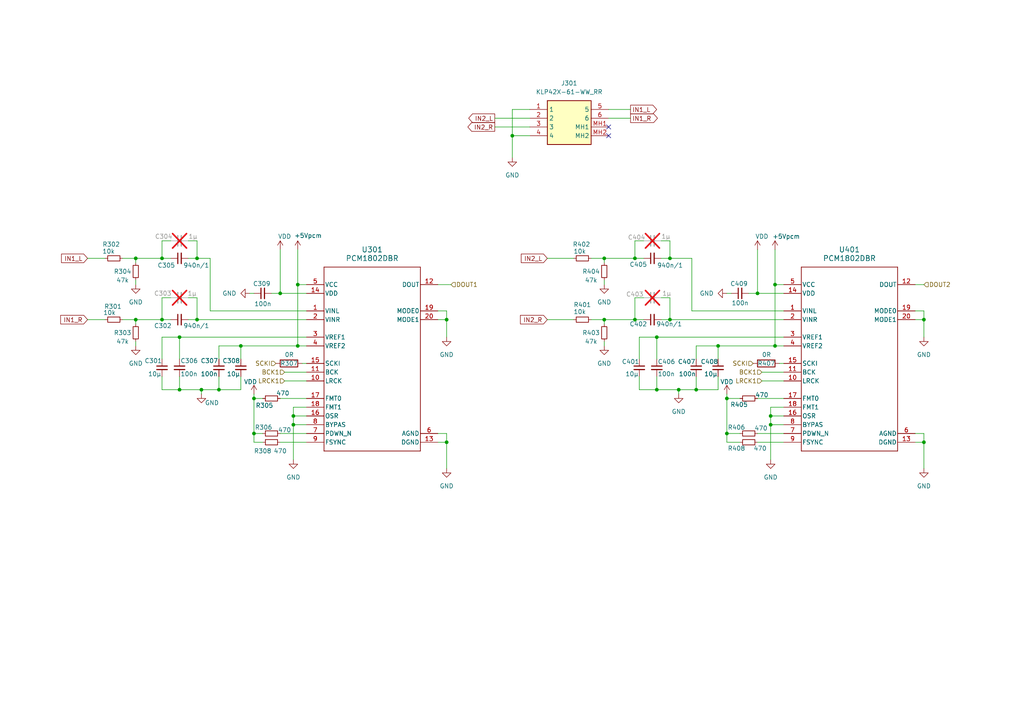
<source format=kicad_sch>
(kicad_sch (version 20250114) (generator "eeschema") (generator_version "9.0")
  (paper "A4")
  (title_block (title "MISRC") (date "2025-10-10") (rev "2.5") (comment 1 "Analog audio input + ADC"))
  (lib_symbols
    (symbol "2024-02-12_10-18-42:PCM1802DBR" (pin_names (offset 0.254))
      (property "Reference" "U" (at 0 2.54 0))
      (property "Value" "PCM1802DBR" (at 0 0 0))
      (symbol "PCM1802DBR_0_1"
        (polyline (pts (xy 5.08 5.08) (xy 5.08 -48.26)) (stroke (width 0.2032)))
        (polyline (pts (xy 5.08 -48.26) (xy 33.02 -48.26)) (stroke (width 0.2032)))
        (polyline (pts (xy 33.02 5.08) (xy 5.08 5.08)) (stroke (width 0.2032)))
        (polyline (pts (xy 33.02 -48.26) (xy 33.02 5.08)) (stroke (width 0.2032)))
        (pin power_in line (at 0 0 0) (length 5.08) (name "VCC") (number "5"))
        (pin power_in line (at 0 -2.54 0) (length 5.08) (name "VDD") (number "14"))
        (pin unspecified line (at 0 -7.62 0) (length 5.08) (name "VINL") (number "1"))
        (pin unspecified line (at 0 -10.16 0) (length 5.08) (name "VINR") (number "2"))
        (pin power_in line (at 0 -15.24 0) (length 5.08) (name "VREF1") (number "3"))
        (pin power_in line (at 0 -17.78 0) (length 5.08) (name "VREF2") (number "4"))
        (pin input line (at 0 -22.86 0) (length 5.08) (name "SCKI") (number "15"))
        (pin bidirectional line (at 0 -25.4 0) (length 5.08) (name "BCK") (number "11"))
        (pin bidirectional line (at 0 -27.94 0) (length 5.08) (name "LRCK") (number "10"))
        (pin input line (at 0 -33.02 0) (length 5.08) (name "FMT0") (number "17"))
        (pin input line (at 0 -35.56 0) (length 5.08) (name "FMT1") (number "18"))
        (pin input line (at 0 -38.1 0) (length 5.08) (name "OSR") (number "16"))
        (pin input line (at 0 -40.64 0) (length 5.08) (name "BYPAS") (number "8"))
        (pin input line (at 0 -43.18 0) (length 5.08) (name "PDWN_N") (number "7"))
        (pin bidirectional line (at 0 -45.72 0) (length 5.08) (name "FSYNC") (number "9"))
        (pin output line (at 38.1 0 180) (length 5.08) (name "DOUT") (number "12"))
        (pin input line (at 38.1 -7.62 180) (length 5.08) (name "MODE0") (number "19"))
        (pin input line (at 38.1 -10.16 180) (length 5.08) (name "MODE1") (number "20"))
        (pin power_in line (at 38.1 -43.18 180) (length 5.08) (name "AGND") (number "6"))
        (pin power_in line (at 38.1 -45.72 180) (length 5.08) (name "DGND") (number "13"))
      )
    )
    (symbol "Device:C_Small" (pin_numbers (hide yes)) (pin_names (offset 0.254) (hide yes))
      (property "Reference" "C" (at 0.254 1.778 0))
      (property "Value" "C_Small" (at 0.254 -2.032 0))
      (symbol "C_Small_0_1"
        (polyline (pts (xy -1.524 0.508) (xy 1.524 0.508)) (stroke (width 0.3048)))
        (polyline (pts (xy -1.524 -0.508) (xy 1.524 -0.508)) (stroke (width 0.3302)))
      )
      (symbol "C_Small_1_1"
        (pin passive line (at 0 2.54 270) (length 2.032) (name "~") (number "1"))
        (pin passive line (at 0 -2.54 90) (length 2.032) (name "~") (number "2"))
      )
    )
    (symbol "Device:R" (pin_numbers (hide yes)) (pin_names (offset 0))
      (property "Reference" "R" (at 2.032 0 90))
      (property "Value" "R" (at 0 0 90))
      (symbol "R_0_1"
        (rectangle (start -1.016 -2.54) (end 1.016 2.54) (stroke (width 0.254)))
      )
      (symbol "R_1_1"
        (pin passive line (at 0 3.81 270) (length 1.27) (name "~") (number "1"))
        (pin passive line (at 0 -3.81 90) (length 1.27) (name "~") (number "2"))
      )
    )
    (symbol "Device:R_Small" (pin_numbers (hide yes)) (pin_names (offset 0.254) (hide yes))
      (property "Reference" "R" (at 0.762 0.508 0))
      (property "Value" "R_Small" (at 0.762 -1.016 0))
      (symbol "R_Small_0_1"
        (rectangle (start -0.762 1.778) (end 0.762 -1.778) (stroke (width 0.2032)))
      )
      (symbol "R_Small_1_1"
        (pin passive line (at 0 2.54 270) (length 0.762) (name "~") (number "1"))
        (pin passive line (at 0 -2.54 90) (length 0.762) (name "~") (number "2"))
      )
    )
    (symbol "Peppi_symbols:KLP42X-61-WW_RR"
      (property "Reference" "J" (at 19.05 7.62 0))
      (property "Value" "KLP42X-61-WW_RR" (at 19.05 5.08 0))
      (symbol "KLP42X-61-WW_RR_1_1"
        (rectangle (start 5.08 2.54) (end 17.78 -10.16) (stroke (width 0.254)) (fill (type background)))
        (pin passive line (at 0 0 0) (length 5.08) (name "1") (number "1"))
        (pin passive line (at 0 -2.54 0) (length 5.08) (name "2") (number "2"))
        (pin passive line (at 0 -5.08 0) (length 5.08) (name "3") (number "3"))
        (pin passive line (at 0 -7.62 0) (length 5.08) (name "4") (number "4"))
        (pin passive line (at 22.86 0 180) (length 5.08) (name "5") (number "5"))
        (pin passive line (at 22.86 -2.54 180) (length 5.08) (name "6") (number "6"))
        (pin passive line (at 22.86 -5.08 180) (length 5.08) (name "MH1") (number "MH1"))
        (pin passive line (at 22.86 -7.62 180) (length 5.08) (name "MH2") (number "MH2"))
      )
    )
    (symbol "power:+5VA" (power) (pin_names (offset 0))
      (property "Value" "+5VA" (at 0 3.556 0))
      (symbol "+5VA_0_1"
        (polyline (pts (xy -0.762 1.27) (xy 0 2.54)))
        (polyline (pts (xy 0 2.54) (xy 0.762 1.27)))
        (polyline (pts (xy 0 0) (xy 0 2.54)))
      )
      (symbol "+5VA_1_1"
        (pin power_in line (at 0 0 90) (length 0) (hide yes) (name "+5VA") (number "1"))
      )
    )
    (symbol "power:GND" (power) (pin_names (offset 0))
      (property "Value" "GND" (at 0 -3.81 0))
      (symbol "GND_0_1"
        (polyline (pts (xy 0 0) (xy 0 -1.27) (xy 1.27 -1.27) (xy 0 -2.54) (xy -1.27 -1.27) (xy 0 -1.27)))
      )
      (symbol "GND_1_1"
        (pin power_in line (at 0 0 270) (length 0) (hide yes) (name "GND") (number "1"))
      )
    )
    (symbol "power:VDD" (power) (pin_names (offset 0))
      (property "Value" "VDD" (at 0 3.81 0))
      (symbol "VDD_0_1"
        (polyline (pts (xy -0.762 1.27) (xy 0 2.54)))
        (polyline (pts (xy 0 2.54) (xy 0.762 1.27)))
        (polyline (pts (xy 0 0) (xy 0 2.54)))
      )
      (symbol "VDD_1_1"
        (pin power_in line (at 0 0 90) (length 0) (hide yes) (name "VDD") (number "1"))
      )
    )
  )
  (junction (at 39.37 74.93))
  (junction (at 210.82 125.73))
  (junction (at 194.31 92.71))
  (junction (at 184.15 74.93))
  (junction (at 219.71 85.09))
  (junction (at 73.66 115.57))
  (junction (at 52.07 113.03))
  (junction (at 86.36 82.55))
  (junction (at 196.85 113.03))
  (junction (at 175.26 74.93))
  (junction (at 52.07 97.79))
  (junction (at 190.5 97.79))
  (junction (at 223.52 120.65))
  (junction (at 85.09 123.19))
  (junction (at 210.82 115.57))
  (junction (at 86.36 100.33))
  (junction (at 129.54 128.27))
  (junction (at 224.79 100.33))
  (junction (at 129.54 92.71))
  (junction (at 267.97 128.27))
  (junction (at 208.28 100.33))
  (junction (at 267.97 92.71))
  (junction (at 224.79 82.55))
  (junction (at 57.15 74.93))
  (junction (at 190.5 113.03))
  (junction (at 73.66 125.73))
  (junction (at 57.15 92.71))
  (junction (at 58.42 113.03))
  (junction (at 46.99 92.71))
  (junction (at 148.59 39.37))
  (junction (at 223.52 123.19))
  (junction (at 81.28 85.09))
  (junction (at 69.85 100.33))
  (junction (at 85.09 120.65))
  (junction (at 39.37 92.71))
  (junction (at 46.99 74.93))
  (junction (at 63.5 113.03))
  (junction (at 184.15 92.71))
  (junction (at 175.26 92.71))
  (junction (at 201.93 113.03))
  (junction (at 194.31 74.93))
  (no_connect (at 176.53 39.37))
  (no_connect (at 176.53 36.83))
  (wire (pts (xy 148.59 31.75) (xy 148.59 39.37)))
  (wire (pts (xy 217.17 85.09) (xy 219.71 85.09)))
  (wire (pts (xy 148.59 39.37) (xy 148.59 45.72)))
  (wire (pts (xy 185.42 109.22) (xy 185.42 113.03)))
  (wire (pts (xy 196.85 113.03) (xy 201.93 113.03)))
  (wire (pts (xy 52.07 97.79) (xy 46.99 97.79)))
  (wire (pts (xy 57.15 74.93) (xy 60.96 74.93)))
  (wire (pts (xy 46.99 113.03) (xy 52.07 113.03)))
  (wire (pts (xy 190.5 97.79) (xy 185.42 97.79)))
  (wire (pts (xy 129.54 90.17) (xy 129.54 92.71)))
  (wire (pts (xy 69.85 100.33) (xy 69.85 104.14)))
  (wire (pts (xy 81.28 85.09) (xy 88.9 85.09)))
  (wire (pts (xy 52.07 97.79) (xy 52.07 104.14)))
  (wire (pts (xy 69.85 100.33) (xy 86.36 100.33)))
  (wire (pts (xy 210.82 115.57) (xy 214.63 115.57)))
  (wire (pts (xy 57.15 92.71) (xy 88.9 92.71)))
  (wire (pts (xy 175.26 81.28) (xy 175.26 82.55)))
  (wire (pts (xy 200.66 74.93) (xy 200.66 90.17)))
  (wire (pts (xy 175.26 74.93) (xy 184.15 74.93)))
  (wire (pts (xy 73.66 85.09) (xy 72.39 85.09)))
  (wire (pts (xy 25.4 74.93) (xy 30.48 74.93)))
  (wire (pts (xy 208.28 100.33) (xy 201.93 100.33)))
  (wire (pts (xy 49.53 69.85) (xy 46.99 69.85)))
  (wire (pts (xy 220.98 110.49) (xy 227.33 110.49)))
  (wire (pts (xy 39.37 92.71) (xy 46.99 92.71)))
  (wire (pts (xy 184.15 86.36) (xy 186.69 86.36)))
  (wire (pts (xy 46.99 109.22) (xy 46.99 113.03)))
  (wire (pts (xy 82.55 107.95) (xy 88.9 107.95)))
  (wire (pts (xy 60.96 74.93) (xy 60.96 90.17)))
  (wire (pts (xy 63.5 109.22) (xy 63.5 113.03)))
  (wire (pts (xy 87.63 105.41) (xy 88.9 105.41)))
  (wire (pts (xy 143.51 34.29) (xy 153.67 34.29)))
  (wire (pts (xy 194.31 74.93) (xy 200.66 74.93)))
  (wire (pts (xy 210.82 114.3) (xy 210.82 115.57)))
  (wire (pts (xy 223.52 120.65) (xy 227.33 120.65)))
  (wire (pts (xy 81.28 72.39) (xy 81.28 85.09)))
  (wire (pts (xy 81.28 128.27) (xy 88.9 128.27)))
  (wire (pts (xy 175.26 92.71) (xy 175.26 93.98)))
  (wire (pts (xy 158.75 74.93) (xy 166.37 74.93)))
  (wire (pts (xy 220.98 107.95) (xy 227.33 107.95)))
  (wire (pts (xy 39.37 99.06) (xy 39.37 100.33)))
  (wire (pts (xy 208.28 100.33) (xy 224.79 100.33)))
  (wire (pts (xy 58.42 113.03) (xy 63.5 113.03)))
  (wire (pts (xy 191.77 74.93) (xy 194.31 74.93)))
  (wire (pts (xy 227.33 82.55) (xy 224.79 82.55)))
  (wire (pts (xy 129.54 92.71) (xy 129.54 97.79)))
  (wire (pts (xy 265.43 125.73) (xy 267.97 125.73)))
  (wire (pts (xy 129.54 125.73) (xy 129.54 128.27)))
  (wire (pts (xy 88.9 90.17) (xy 60.96 90.17)))
  (wire (pts (xy 88.9 82.55) (xy 86.36 82.55)))
  (wire (pts (xy 176.53 31.75) (xy 182.88 31.75)))
  (wire (pts (xy 85.09 120.65) (xy 85.09 123.19)))
  (wire (pts (xy 73.66 115.57) (xy 76.2 115.57)))
  (wire (pts (xy 214.63 128.27) (xy 210.82 128.27)))
  (wire (pts (xy 57.15 69.85) (xy 57.15 74.93)))
  (wire (pts (xy 184.15 92.71) (xy 186.69 92.71)))
  (wire (pts (xy 219.71 85.09) (xy 227.33 85.09)))
  (wire (pts (xy 227.33 100.33) (xy 224.79 100.33)))
  (wire (pts (xy 143.51 36.83) (xy 153.67 36.83)))
  (wire (pts (xy 224.79 72.39) (xy 224.79 82.55)))
  (wire (pts (xy 223.52 123.19) (xy 223.52 133.35)))
  (wire (pts (xy 212.09 85.09) (xy 210.82 85.09)))
  (wire (pts (xy 196.85 113.03) (xy 196.85 114.3)))
  (wire (pts (xy 223.52 118.11) (xy 223.52 120.65)))
  (wire (pts (xy 194.31 69.85) (xy 194.31 74.93)))
  (wire (pts (xy 73.66 115.57) (xy 73.66 125.73)))
  (wire (pts (xy 227.33 118.11) (xy 223.52 118.11)))
  (wire (pts (xy 224.79 82.55) (xy 224.79 100.33)))
  (wire (pts (xy 58.42 113.03) (xy 58.42 114.3)))
  (wire (pts (xy 86.36 82.55) (xy 86.36 100.33)))
  (wire (pts (xy 184.15 74.93) (xy 186.69 74.93)))
  (wire (pts (xy 265.43 82.55) (xy 267.97 82.55)))
  (wire (pts (xy 73.66 128.27) (xy 73.66 125.73)))
  (wire (pts (xy 78.74 85.09) (xy 81.28 85.09)))
  (wire (pts (xy 153.67 31.75) (xy 148.59 31.75)))
  (wire (pts (xy 127 90.17) (xy 129.54 90.17)))
  (wire (pts (xy 265.43 90.17) (xy 267.97 90.17)))
  (wire (pts (xy 129.54 128.27) (xy 129.54 135.89)))
  (wire (pts (xy 175.26 92.71) (xy 184.15 92.71)))
  (wire (pts (xy 210.82 128.27) (xy 210.82 125.73)))
  (wire (pts (xy 127 128.27) (xy 129.54 128.27)))
  (wire (pts (xy 73.66 114.3) (xy 73.66 115.57)))
  (wire (pts (xy 25.4 92.71) (xy 30.48 92.71)))
  (wire (pts (xy 46.99 74.93) (xy 49.53 74.93)))
  (wire (pts (xy 265.43 128.27) (xy 267.97 128.27)))
  (wire (pts (xy 52.07 109.22) (xy 52.07 113.03)))
  (wire (pts (xy 46.99 69.85) (xy 46.99 74.93)))
  (wire (pts (xy 191.77 86.36) (xy 194.31 86.36)))
  (wire (pts (xy 267.97 125.73) (xy 267.97 128.27)))
  (wire (pts (xy 127 92.71) (xy 129.54 92.71)))
  (wire (pts (xy 73.66 125.73) (xy 76.2 125.73)))
  (wire (pts (xy 184.15 69.85) (xy 184.15 74.93)))
  (wire (pts (xy 175.26 74.93) (xy 175.26 76.2)))
  (wire (pts (xy 194.31 86.36) (xy 194.31 92.71)))
  (wire (pts (xy 267.97 92.71) (xy 267.97 97.79)))
  (wire (pts (xy 76.2 128.27) (xy 73.66 128.27)))
  (wire (pts (xy 158.75 92.71) (xy 166.37 92.71)))
  (wire (pts (xy 267.97 128.27) (xy 267.97 135.89)))
  (wire (pts (xy 171.45 74.93) (xy 175.26 74.93)))
  (wire (pts (xy 190.5 113.03) (xy 196.85 113.03)))
  (wire (pts (xy 63.5 113.03) (xy 69.85 113.03)))
  (wire (pts (xy 39.37 74.93) (xy 39.37 76.2)))
  (wire (pts (xy 88.9 118.11) (xy 85.09 118.11)))
  (wire (pts (xy 85.09 123.19) (xy 88.9 123.19)))
  (wire (pts (xy 69.85 113.03) (xy 69.85 109.22)))
  (wire (pts (xy 191.77 69.85) (xy 194.31 69.85)))
  (wire (pts (xy 39.37 81.28) (xy 39.37 82.55)))
  (wire (pts (xy 176.53 34.29) (xy 182.88 34.29)))
  (wire (pts (xy 57.15 86.36) (xy 54.61 86.36)))
  (wire (pts (xy 46.99 86.36) (xy 49.53 86.36)))
  (wire (pts (xy 265.43 92.71) (xy 267.97 92.71)))
  (wire (pts (xy 223.52 120.65) (xy 223.52 123.19)))
  (wire (pts (xy 63.5 100.33) (xy 69.85 100.33)))
  (wire (pts (xy 185.42 97.79) (xy 185.42 104.14)))
  (wire (pts (xy 57.15 92.71) (xy 54.61 92.71)))
  (wire (pts (xy 227.33 97.79) (xy 190.5 97.79)))
  (wire (pts (xy 46.99 97.79) (xy 46.99 104.14)))
  (wire (pts (xy 39.37 74.93) (xy 46.99 74.93)))
  (wire (pts (xy 184.15 86.36) (xy 184.15 92.71)))
  (wire (pts (xy 85.09 120.65) (xy 88.9 120.65)))
  (wire (pts (xy 46.99 92.71) (xy 49.53 92.71)))
  (wire (pts (xy 57.15 86.36) (xy 57.15 92.71)))
  (wire (pts (xy 85.09 118.11) (xy 85.09 120.65)))
  (wire (pts (xy 208.28 100.33) (xy 208.28 104.14)))
  (wire (pts (xy 52.07 113.03) (xy 58.42 113.03)))
  (wire (pts (xy 185.42 113.03) (xy 190.5 113.03)))
  (wire (pts (xy 148.59 39.37) (xy 153.67 39.37)))
  (wire (pts (xy 219.71 125.73) (xy 227.33 125.73)))
  (wire (pts (xy 81.28 125.73) (xy 88.9 125.73)))
  (wire (pts (xy 194.31 92.71) (xy 227.33 92.71)))
  (wire (pts (xy 81.28 115.57) (xy 88.9 115.57)))
  (wire (pts (xy 85.09 123.19) (xy 85.09 133.35)))
  (wire (pts (xy 201.93 109.22) (xy 201.93 113.03)))
  (wire (pts (xy 219.71 72.39) (xy 219.71 85.09)))
  (wire (pts (xy 35.56 92.71) (xy 39.37 92.71)))
  (wire (pts (xy 88.9 100.33) (xy 86.36 100.33)))
  (wire (pts (xy 127 125.73) (xy 129.54 125.73)))
  (wire (pts (xy 194.31 92.71) (xy 191.77 92.71)))
  (wire (pts (xy 63.5 104.14) (xy 63.5 100.33)))
  (wire (pts (xy 35.56 74.93) (xy 39.37 74.93)))
  (wire (pts (xy 54.61 74.93) (xy 57.15 74.93)))
  (wire (pts (xy 175.26 99.06) (xy 175.26 100.33)))
  (wire (pts (xy 46.99 86.36) (xy 46.99 92.71)))
  (wire (pts (xy 39.37 92.71) (xy 39.37 93.98)))
  (wire (pts (xy 186.69 69.85) (xy 184.15 69.85)))
  (wire (pts (xy 223.52 123.19) (xy 227.33 123.19)))
  (wire (pts (xy 190.5 109.22) (xy 190.5 113.03)))
  (wire (pts (xy 219.71 115.57) (xy 227.33 115.57)))
  (wire (pts (xy 226.06 105.41) (xy 227.33 105.41)))
  (wire (pts (xy 201.93 113.03) (xy 208.28 113.03)))
  (wire (pts (xy 88.9 97.79) (xy 52.07 97.79)))
  (wire (pts (xy 54.61 69.85) (xy 57.15 69.85)))
  (wire (pts (xy 227.33 90.17) (xy 200.66 90.17)))
  (wire (pts (xy 210.82 115.57) (xy 210.82 125.73)))
  (wire (pts (xy 171.45 92.71) (xy 175.26 92.71)))
  (wire (pts (xy 86.36 72.39) (xy 86.36 82.55)))
  (wire (pts (xy 267.97 90.17) (xy 267.97 92.71)))
  (wire (pts (xy 201.93 104.14) (xy 201.93 100.33)))
  (wire (pts (xy 127 82.55) (xy 130.81 82.55)))
  (wire (pts (xy 82.55 110.49) (xy 88.9 110.49)))
  (wire (pts (xy 210.82 125.73) (xy 214.63 125.73)))
  (wire (pts (xy 219.71 128.27) (xy 227.33 128.27)))
  (wire (pts (xy 190.5 97.79) (xy 190.5 104.14)))
  (wire (pts (xy 208.28 109.22) (xy 208.28 113.03)))
  (global_label "IN2_L" (shape input) (at 158.75 74.93 180) (property "Intersheetrefs" "${INTERSHEET_REFS}" (effects (hide yes))))
  (global_label "IN1_R" (shape output) (at 182.88 34.29 0) (property "Intersheetrefs" "${INTERSHEET_REFS}" (effects (hide yes))))
  (global_label "IN2_R" (shape output) (at 143.51 36.83 180) (property "Intersheetrefs" "${INTERSHEET_REFS}" (effects (hide yes))))
  (global_label "IN2_L" (shape output) (at 143.51 34.29 180) (property "Intersheetrefs" "${INTERSHEET_REFS}" (effects (hide yes))))
  (global_label "IN1_L" (shape output) (at 182.88 31.75 0) (property "Intersheetrefs" "${INTERSHEET_REFS}" (effects (hide yes))))
  (global_label "IN1_L" (shape input) (at 25.4 74.93 180) (property "Intersheetrefs" "${INTERSHEET_REFS}" (effects (hide yes))))
  (global_label "IN2_R" (shape input) (at 158.75 92.71 180) (property "Intersheetrefs" "${INTERSHEET_REFS}" (effects (hide yes))))
  (global_label "IN1_R" (shape input) (at 25.4 92.71 180) (property "Intersheetrefs" "${INTERSHEET_REFS}" (effects (hide yes))))
  (hierarchical_label "DOUT1" (shape input) (at 130.81 82.55 0))
  (hierarchical_label "SCKI" (shape input) (at 218.44 105.41 180))
  (hierarchical_label "LRCK1" (shape input) (at 220.98 110.49 180))
  (hierarchical_label "BCK1" (shape input) (at 220.98 107.95 180))
  (hierarchical_label "SCKI" (shape input) (at 80.01 105.41 180))
  (hierarchical_label "LRCK1" (shape input) (at 82.55 110.49 180))
  (hierarchical_label "BCK1" (shape input) (at 82.55 107.95 180))
  (hierarchical_label "DOUT2" (shape input) (at 267.97 82.55 0))
  (symbol (lib_id "power:GND") (at 175.26 100.33 0) (unit 1)
    (property "Reference" "#PWR0316" (effects (hide yes)))
    (property "Value" "GND" (at 175.26 105.41 0))
  )
  (symbol (lib_id "Device:R_Small") (at 39.37 96.52 180) (unit 1)
    (property "Reference" "R303" (at 35.56 96.52 0))
    (property "Value" "47k" (at 35.56 99.06 0))
    (property "Footprint" "Resistor_SMD:R_0603_1608Metric" (effects (hide yes)))
    (property "Manufacturer_Part_Number" "0603WAF4702T5E" (effects (hide yes)))
    (property "LCSC Part #" "C25819" (effects (hide yes)))
    (property "Max Tolerance" "1%" (effects (hide yes)))
  )
  (symbol (lib_id "power:GND") (at 85.09 133.35 0) (unit 1)
    (property "Reference" "#PWR0310" (effects (hide yes)))
    (property "Value" "GND" (at 85.09 138.43 0))
  )
  (symbol (lib_id "Device:R") (at 222.25 105.41 90) (unit 1)
    (property "Reference" "R407" (at 219.71 105.41 90) (effects (justify right)))
    (property "Value" "0R" (at 220.98 102.87 90) (effects (justify right)))
    (property "Footprint" "Resistor_SMD:R_0603_1608Metric" (effects (hide yes)))
    (property "Manufacturer_Part_Number" "0603WAF0000T5E" (effects (hide yes)))
    (property "LCSC Part #" "C21189" (effects (hide yes)))
  )
  (symbol (lib_id "power:GND") (at 129.54 135.89 0) (unit 1)
    (property "Reference" "#PWR0312" (effects (hide yes)))
    (property "Value" "GND" (at 129.54 140.97 0))
  )
  (symbol (lib_id "Device:R_Small") (at 175.26 96.52 180) (unit 1)
    (property "Reference" "R403" (at 171.45 96.52 0))
    (property "Value" "47k" (at 171.45 99.06 0))
    (property "Footprint" "Resistor_SMD:R_0603_1608Metric" (effects (hide yes)))
    (property "Manufacturer_Part_Number" "0603WAF4702T5E" (effects (hide yes)))
    (property "LCSC Part #" "C25819" (effects (hide yes)))
    (property "Max Tolerance" "1%" (effects (hide yes)))
  )
  (symbol (lib_id "Device:C_Small") (at 76.2 85.09 90) (unit 1)
    (property "Reference" "C309" (at 78.486 82.296 90) (effects (justify left)))
    (property "Value" "100n" (at 78.74 88.138 90) (effects (justify left)))
    (property "Footprint" "Capacitor_SMD:C_0603_1608Metric" (effects (hide yes)))
    (property "Manufacturer_Part_Number" "CC0603KRX7R9BB104" (effects (hide yes)))
    (property "LCSC Part #" "C14663" (effects (hide yes)))
    (property "Max Tolerance" "10%" (effects (hide yes)))
    (property "Capacitor Ceramic" "X7R" (effects (hide yes)))
  )
  (symbol (lib_id "Device:R_Small") (at 33.02 74.93 90) (unit 1)
    (property "Reference" "R302" (at 32.258 70.866 90))
    (property "Value" "10k" (at 31.496 72.898 90))
    (property "Footprint" "Resistor_SMD:R_0603_1608Metric" (effects (hide yes)))
    (property "Manufacturer_Part_Number" "0603WAF1002T5E" (effects (hide yes)))
    (property "LCSC Part #" "C25804" (effects (hide yes)))
    (property "Max Tolerance" "1%" (effects (hide yes)))
  )
  (symbol (lib_id "Peppi_symbols:KLP42X-61-WW_RR") (at 153.67 31.75 0) (unit 1)
    (property "Reference" "J301" (at 165.1 24.13 0))
    (property "Value" "KLP42X-61-WW_RR" (at 165.1 26.67 0))
    (property "Footprint" "Footprints:KLP42X61WWRR" (effects (hide yes)))
    (property "Datasheet" "https://componentsearchengine.com/Datasheets/1/KLP42X-61-WW_RR.pdf" (effects (hide yes)))
    (property "Description" "RCA Phono Connectors PCB STACKED 2X2 WHT WHT OVR RED RED" (effects (hide yes)))
    (property "Height" "26.85" (effects (hide yes)))
    (property "Mouser Part Number" "806-KLP42X-61-WWRR" (effects (hide yes)))
    (property "Mouser Price/Stock" "https://www.mouser.co.uk/ProductDetail/Kycon/KLP42X-61-WW-RR?qs=PTHxl2cumbnS989KtdaLFQ%3D%3D" (effects (hide yes)))
    (property "Manufacturer_Name" "Kycon" (effects (hide yes)))
    (property "Manufacturer_Part_Number" "KLP42X-61-WW/RR" (effects (hide yes)))
    (property "LCSC Part #" "C19843146" (effects (hide yes)))
  )
  (symbol (lib_id "Device:R_Small") (at 217.17 128.27 90) (unit 1)
    (property "Reference" "R408" (at 213.614 130.048 90))
    (property "Value" "470" (at 220.472 130.048 90))
    (property "Footprint" "Resistor_SMD:R_0603_1608Metric" (effects (hide yes)))
    (property "Manufacturer_Part_Number" "0603WAF4700T5E" (effects (hide yes)))
    (property "LCSC Part #" "C23179" (effects (hide yes)))
    (property "Max Tolerance" "1%" (effects (hide yes)))
  )
  (symbol (lib_id "Device:C_Small") (at 52.07 74.93 90) (unit 1)
    (property "Reference" "C305" (at 50.8 76.962 90) (effects (justify left)))
    (property "Value" "940n/1" (at 60.706 76.962 90) (effects (justify left)))
    (property "Footprint" "Capacitor_SMD:C_1812_4532Metric" (effects (hide yes)))
    (property "Manufacturer_Part_Number" "C1812C944J5JLC7805" (effects (hide yes)))
    (property "LCSC Part #" "C2180018" (effects (hide yes)))
    (property "Manufacturer_Name" "Kemet" (effects (hide yes)))
    (property "Max Tolerance" "5%" (effects (hide yes)))
    (property "Part Selection Note" "This is a stacked capacitor" (effects (hide yes)))
    (property "Capacitor Ceramic" "U2J/NP0/C0G" (effects (hide yes)))
  )
  (symbol (lib_id "Device:R") (at 83.82 105.41 90) (unit 1)
    (property "Reference" "R307" (at 81.28 105.41 90) (effects (justify right)))
    (property "Value" "0R" (at 82.55 102.87 90) (effects (justify right)))
    (property "Footprint" "Resistor_SMD:R_0603_1608Metric" (effects (hide yes)))
    (property "Manufacturer_Part_Number" "0603WAF0000T5E" (effects (hide yes)))
    (property "LCSC Part #" "C21189" (effects (hide yes)))
  )
  (symbol (lib_id "Device:C_Small") (at 52.07 92.71 90) (unit 1)
    (property "Reference" "C302" (at 49.784 94.488 90) (effects (justify left)))
    (property "Value" "940n/1" (at 60.706 94.488 90) (effects (justify left)))
    (property "Footprint" "Capacitor_SMD:C_1812_4532Metric" (effects (hide yes)))
    (property "Manufacturer_Part_Number" "C1812C944J5JLC7805" (effects (hide yes)))
    (property "LCSC Part #" "C2180018" (effects (hide yes)))
    (property "Manufacturer_Name" "Kemet" (effects (hide yes)))
    (property "Max Tolerance" "5%" (effects (hide yes)))
    (property "Part Selection Note" "This is a stacked capacitor" (effects (hide yes)))
    (property "Capacitor Ceramic" "U2J/NP0/C0G" (effects (hide yes)))
  )
  (symbol (lib_id "Device:C_Small") (at 52.07 106.68 0) (unit 1)
    (property "Reference" "C306" (at 52.324 104.648 0) (effects (justify left)))
    (property "Value" "100n" (at 52.324 108.4643 0) (effects (justify left)))
    (property "Footprint" "Capacitor_SMD:C_0603_1608Metric" (effects (hide yes)))
    (property "Manufacturer_Part_Number" "CC0603KRX7R9BB104" (effects (hide yes)))
    (property "LCSC Part #" "C14663" (effects (hide yes)))
    (property "Max Tolerance" "10%" (effects (hide yes)))
    (property "Capacitor Ceramic" "X7R" (effects (hide yes)))
  )
  (symbol (lib_id "power:GND") (at 39.37 100.33 0) (unit 1)
    (property "Reference" "#PWR0305" (effects (hide yes)))
    (property "Value" "GND" (at 39.37 105.41 0))
  )
  (symbol (lib_id "Device:R_Small") (at 168.91 74.93 90) (unit 1)
    (property "Reference" "R402" (at 168.656 70.866 90))
    (property "Value" "10k" (at 168.148 72.898 90))
    (property "Footprint" "Resistor_SMD:R_0603_1608Metric" (effects (hide yes)))
    (property "Manufacturer_Part_Number" "0603WAF1002T5E" (effects (hide yes)))
    (property "LCSC Part #" "C25804" (effects (hide yes)))
    (property "Max Tolerance" "1%" (effects (hide yes)))
  )
  (symbol (lib_id "2024-02-12_10-18-42:PCM1802DBR") (at 88.9 82.55 0) (unit 1)
    (property "Reference" "U301" (at 107.95 72.39 0) (effects (font (size 1.524 1.524))))
    (property "Value" "PCM1802DBR" (at 107.95 74.93 0) (effects (font (size 1.524 1.524))))
    (property "Footprint" "Package_SO:SSOP-20_5.3x7.2mm_P0.65mm" (effects (hide yes)))
    (property "Datasheet" "PCM1802DBR" (effects (hide yes)))
    (property "Manufacturer_Part_Number" "PCM1802DBR" (effects (hide yes)))
    (property "LCSC Part #" "C2866894" (effects (hide yes)))
    (property "Manufacturer_Name" "TI" (effects (hide yes)))
  )
  (symbol (lib_id "power:GND") (at 58.42 114.3 0) (unit 1)
    (property "Reference" "#PWR0306" (effects (hide yes)))
    (property "Value" "GND" (at 61.468 116.84 0))
  )
  (symbol (lib_id "power:GND") (at 175.26 82.55 0) (unit 1)
    (property "Reference" "#PWR0315" (effects (hide yes)))
    (property "Value" "GND" (at 175.26 87.63 0))
  )
  (symbol (lib_id "Device:C_Small") (at 185.42 106.68 0) (unit 1)
    (property "Reference" "C401" (at 180.34 104.902 0) (effects (justify left)))
    (property "Value" "10µ" (at 181.356 108.458 0) (effects (justify left)))
    (property "Footprint" "Capacitor_SMD:C_0805_2012Metric" (effects (hide yes)))
    (property "Manufacturer_Part_Number" "GRM21BR61H106KE43L" (effects (hide yes)))
    (property "LCSC Part #" "C440198" (effects (hide yes)))
    (property "Max Tolerance" "20%" (effects (hide yes)))
    (property "Capacitor Ceramic" "X7R" (effects (hide yes)))
  )
  (symbol (lib_id "power:+5VA") (at 224.79 72.39 0) (unit 1)
    (property "Reference" "#PWR0323" (effects (hide yes)))
    (property "Value" "+5Vpcm" (at 224.028 68.58 0) (effects (justify left)))
  )
  (symbol (lib_id "power:GND") (at 267.97 97.79 0) (unit 1)
    (property "Reference" "#PWR0325" (effects (hide yes)))
    (property "Value" "GND" (at 267.97 102.87 0))
  )
  (symbol (lib_id "Device:C_Small") (at 63.5 106.68 0) (unit 1)
    (property "Reference" "C307" (at 58.166 104.648 0) (effects (justify left)))
    (property "Value" "100n" (at 58.166 108.458 0) (effects (justify left)))
    (property "Footprint" "Capacitor_SMD:C_0603_1608Metric" (effects (hide yes)))
    (property "Manufacturer_Part_Number" "CC0603KRX7R9BB104" (effects (hide yes)))
    (property "LCSC Part #" "C14663" (effects (hide yes)))
    (property "Max Tolerance" "10%" (effects (hide yes)))
    (property "Capacitor Ceramic" "X7R" (effects (hide yes)))
  )
  (symbol (lib_id "Device:C_Small") (at 189.23 74.93 90) (unit 1)
    (property "Reference" "C405" (at 187.706 76.708 90) (effects (justify left)))
    (property "Value" "940n/1" (at 198.12 76.962 90) (effects (justify left)))
    (property "Footprint" "Capacitor_SMD:C_1812_4532Metric" (effects (hide yes)))
    (property "Manufacturer_Part_Number" "C1812C944J5JLC7805" (effects (hide yes)))
    (property "LCSC Part #" "C2180018" (effects (hide yes)))
    (property "Manufacturer_Name" "Kemet" (effects (hide yes)))
    (property "Max Tolerance" "5%" (effects (hide yes)))
    (property "Part Selection Note" "This is a stacked capacitor" (effects (hide yes)))
    (property "Capacitor Ceramic" "U2J/NP0/C0G" (effects (hide yes)))
  )
  (symbol (lib_id "Device:C_Small") (at 189.23 92.71 90) (unit 1)
    (property "Reference" "C402" (at 187.706 93.98 90) (effects (justify left)))
    (property "Value" "940n/1" (at 197.866 93.98 90) (effects (justify left)))
    (property "Footprint" "Capacitor_SMD:C_1812_4532Metric" (effects (hide yes)))
    (property "Manufacturer_Part_Number" "C1812C944J5JLC7805" (effects (hide yes)))
    (property "LCSC Part #" "C2180018" (effects (hide yes)))
    (property "Manufacturer_Name" "Kemet" (effects (hide yes)))
    (property "Max Tolerance" "5%" (effects (hide yes)))
    (property "Part Selection Note" "This is a stacked capacitor" (effects (hide yes)))
    (property "Capacitor Ceramic" "U2J/NP0/C0G" (effects (hide yes)))
  )
  (symbol (lib_id "power:VDD") (at 219.71 72.39 0) (mirror y) (unit 1)
    (property "Reference" "#PWR0320" (effects (hide yes)))
    (property "Value" "VDD" (at 220.98 68.58 0))
  )
  (symbol (lib_id "Device:C_Small") (at 201.93 106.68 0) (unit 1)
    (property "Reference" "C407" (at 196.596 104.902 0) (effects (justify left)))
    (property "Value" "100n" (at 196.85 108.458 0) (effects (justify left)))
    (property "Footprint" "Capacitor_SMD:C_0603_1608Metric" (effects (hide yes)))
    (property "Manufacturer_Part_Number" "CC0603KRX7R9BB104" (effects (hide yes)))
    (property "LCSC Part #" "C14663" (effects (hide yes)))
    (property "Max Tolerance" "10%" (effects (hide yes)))
    (property "Capacitor Ceramic" "X7R" (effects (hide yes)))
  )
  (symbol (lib_id "power:GND") (at 148.59 45.72 0) (unit 1)
    (property "Reference" "#PWR0304" (effects (hide yes)))
    (property "Value" "GND" (at 148.59 50.8 0))
  )
  (symbol (lib_id "Device:C_Small") (at 189.23 69.85 90) (unit 1) (dnp yes)
    (property "Reference" "C404" (at 187.198 68.834 90) (effects (justify left)))
    (property "Value" "1µ" (at 194.564 68.58 90) (effects (justify left)))
    (property "Footprint" "Capacitor_SMD:C_0603_1608Metric" (effects (hide yes)))
    (property "Manufacturer_Part_Number" "UMK107AB7105KA-T" (effects (hide yes)))
    (property "LCSC Part #" "C105174" (effects (hide yes)))
    (property "Max Tolerance" "10%" (effects (hide yes)))
    (property "Capacitor Ceramic" "X7R" (effects (hide yes)))
  )
  (symbol (lib_id "power:GND") (at 196.85 114.3 0) (unit 1)
    (property "Reference" "#PWR0317" (effects (hide yes)))
    (property "Value" "GND" (at 196.85 119.38 0))
  )
  (symbol (lib_id "power:GND") (at 210.82 85.09 270) (unit 1)
    (property "Reference" "#PWR0318" (effects (hide yes)))
    (property "Value" "GND" (at 207.01 85.09 90) (effects (justify right)))
  )
  (symbol (lib_id "Device:R_Small") (at 33.02 92.71 90) (unit 1)
    (property "Reference" "R301" (at 32.766 88.9 90))
    (property "Value" "10k" (at 31.75 90.678 90))
    (property "Footprint" "Resistor_SMD:R_0603_1608Metric" (effects (hide yes)))
    (property "Manufacturer_Part_Number" "0603WAF1002T5E" (effects (hide yes)))
    (property "LCSC Part #" "C25804" (effects (hide yes)))
    (property "Max Tolerance" "1%" (effects (hide yes)))
  )
  (symbol (lib_id "power:GND") (at 223.52 133.35 0) (unit 1)
    (property "Reference" "#PWR0322" (effects (hide yes)))
    (property "Value" "GND" (at 223.52 138.43 0))
  )
  (symbol (lib_id "Device:C_Small") (at 208.28 106.68 0) (unit 1)
    (property "Reference" "C408" (at 203.2 104.902 0) (effects (justify left)))
    (property "Value" "10µ" (at 204.216 108.458 0) (effects (justify left)))
    (property "Footprint" "Capacitor_SMD:C_0805_2012Metric" (effects (hide yes)))
    (property "Manufacturer_Part_Number" "GRM21BR61H106KE43L" (effects (hide yes)))
    (property "LCSC Part #" "C440198" (effects (hide yes)))
    (property "Max Tolerance" "20%" (effects (hide yes)))
    (property "Capacitor Ceramic" "X7R" (effects (hide yes)))
  )
  (symbol (lib_id "power:VDD") (at 210.82 114.3 0) (mirror y) (unit 1)
    (property "Reference" "#PWR0319" (effects (hide yes)))
    (property "Value" "VDD" (at 210.82 110.744 0))
  )
  (symbol (lib_id "Device:C_Small") (at 214.63 85.09 90) (unit 1)
    (property "Reference" "C409" (at 216.916 82.296 90) (effects (justify left)))
    (property "Value" "100n" (at 217.17 87.884 90) (effects (justify left)))
    (property "Footprint" "Capacitor_SMD:C_0603_1608Metric" (effects (hide yes)))
    (property "Manufacturer_Part_Number" "CC0603KRX7R9BB104" (effects (hide yes)))
    (property "LCSC Part #" "C14663" (effects (hide yes)))
    (property "Max Tolerance" "10%" (effects (hide yes)))
    (property "Capacitor Ceramic" "X7R" (effects (hide yes)))
  )
  (symbol (lib_id "Device:C_Small") (at 189.23 86.36 90) (unit 1) (dnp yes)
    (property "Reference" "C403" (at 186.69 85.344 90) (effects (justify left)))
    (property "Value" "1µ" (at 194.818 85.09 90) (effects (justify left)))
    (property "Footprint" "Capacitor_SMD:C_0603_1608Metric" (effects (hide yes)))
    (property "Manufacturer_Part_Number" "UMK107AB7105KA-T" (effects (hide yes)))
    (property "LCSC Part #" "C105174" (effects (hide yes)))
    (property "Max Tolerance" "10%" (effects (hide yes)))
    (property "Capacitor Ceramic" "X7R" (effects (hide yes)))
  )
  (symbol (lib_id "power:+5VA") (at 86.36 72.39 0) (unit 1)
    (property "Reference" "#PWR0311" (effects (hide yes)))
    (property "Value" "+5Vpcm" (at 85.344 68.326 0) (effects (justify left)))
  )
  (symbol (lib_id "power:GND") (at 72.39 85.09 270) (unit 1)
    (property "Reference" "#PWR0307" (effects (hide yes)))
    (property "Value" "GND" (at 68.58 85.09 90) (effects (justify right)))
  )
  (symbol (lib_id "Device:C_Small") (at 52.07 86.36 90) (unit 1) (dnp yes)
    (property "Reference" "C303" (at 49.784 85.09 90) (effects (justify left)))
    (property "Value" "1µ" (at 57.15 85.09 90) (effects (justify left)))
    (property "Footprint" "Capacitor_SMD:C_0603_1608Metric" (effects (hide yes)))
    (property "Manufacturer_Part_Number" "UMK107AB7105KA-T" (effects (hide yes)))
    (property "LCSC Part #" "C105174" (effects (hide yes)))
    (property "Max Tolerance" "10%" (effects (hide yes)))
    (property "Capacitor Ceramic" "X7R" (effects (hide yes)))
  )
  (symbol (lib_id "Device:R_Small") (at 168.91 92.71 90) (unit 1)
    (property "Reference" "R401" (at 168.91 88.392 90))
    (property "Value" "10k" (at 168.148 90.424 90))
    (property "Footprint" "Resistor_SMD:R_0603_1608Metric" (effects (hide yes)))
    (property "Manufacturer_Part_Number" "0603WAF1002T5E" (effects (hide yes)))
    (property "LCSC Part #" "C25804" (effects (hide yes)))
    (property "Max Tolerance" "1%" (effects (hide yes)))
  )
  (symbol (lib_id "Device:R_Small") (at 78.74 115.57 90) (unit 1)
    (property "Reference" "R305" (at 76.708 117.602 90))
    (property "Value" "470" (at 82.042 114.046 90))
    (property "Footprint" "Resistor_SMD:R_0603_1608Metric" (effects (hide yes)))
    (property "Manufacturer_Part_Number" "0603WAF4700T5E" (effects (hide yes)))
    (property "LCSC Part #" "C23179" (effects (hide yes)))
    (property "Max Tolerance" "1%" (effects (hide yes)))
  )
  (symbol (lib_id "power:GND") (at 267.97 135.89 0) (unit 1)
    (property "Reference" "#PWR0324" (effects (hide yes)))
    (property "Value" "GND" (at 267.97 140.97 0))
  )
  (symbol (lib_id "Device:R_Small") (at 39.37 78.74 180) (unit 1)
    (property "Reference" "R304" (at 35.56 78.74 0))
    (property "Value" "47k" (at 35.56 81.28 0))
    (property "Footprint" "Resistor_SMD:R_0603_1608Metric" (effects (hide yes)))
    (property "Manufacturer_Part_Number" "0603WAF4702T5E" (effects (hide yes)))
    (property "LCSC Part #" "C25819" (effects (hide yes)))
    (property "Max Tolerance" "1%" (effects (hide yes)))
  )
  (symbol (lib_id "Device:R_Small") (at 78.74 128.27 90) (unit 1)
    (property "Reference" "R308" (at 76.2 130.81 90))
    (property "Value" "470" (at 81.28 130.81 90))
    (property "Footprint" "Resistor_SMD:R_0603_1608Metric" (effects (hide yes)))
    (property "Manufacturer_Part_Number" "0603WAF4700T5E" (effects (hide yes)))
    (property "LCSC Part #" "C23179" (effects (hide yes)))
    (property "Max Tolerance" "1%" (effects (hide yes)))
  )
  (symbol (lib_id "Device:R_Small") (at 175.26 78.74 180) (unit 1)
    (property "Reference" "R404" (at 171.45 78.74 0))
    (property "Value" "47k" (at 171.45 81.28 0))
    (property "Footprint" "Resistor_SMD:R_0603_1608Metric" (effects (hide yes)))
    (property "Manufacturer_Part_Number" "0603WAF4702T5E" (effects (hide yes)))
    (property "LCSC Part #" "C25819" (effects (hide yes)))
    (property "Max Tolerance" "1%" (effects (hide yes)))
  )
  (symbol (lib_id "2024-02-12_10-18-42:PCM1802DBR") (at 227.33 82.55 0) (unit 1)
    (property "Reference" "U401" (at 246.38 72.39 0) (effects (font (size 1.524 1.524))))
    (property "Value" "PCM1802DBR" (at 246.38 74.93 0) (effects (font (size 1.524 1.524))))
    (property "Footprint" "Package_SO:SSOP-20_5.3x7.2mm_P0.65mm" (effects (hide yes)))
    (property "Datasheet" "PCM1802DBR" (effects (hide yes)))
    (property "Manufacturer_Part_Number" "PCM1802DBR" (effects (hide yes)))
    (property "LCSC Part #" "C2866894" (effects (hide yes)))
    (property "Manufacturer_Name" "TI" (effects (hide yes)))
  )
  (symbol (lib_id "power:GND") (at 39.37 82.55 0) (unit 1)
    (property "Reference" "#PWR0302" (effects (hide yes)))
    (property "Value" "GND" (at 39.37 87.63 0))
  )
  (symbol (lib_id "Device:C_Small") (at 69.85 106.68 0) (unit 1)
    (property "Reference" "C308" (at 64.516 104.648 0) (effects (justify left)))
    (property "Value" "10µ" (at 65.786 108.458 0) (effects (justify left)))
    (property "Footprint" "Capacitor_SMD:C_0805_2012Metric" (effects (hide yes)))
    (property "Manufacturer_Part_Number" "GRM21BR61H106KE43L" (effects (hide yes)))
    (property "LCSC Part #" "C440198" (effects (hide yes)))
    (property "Max Tolerance" "20%" (effects (hide yes)))
    (property "Capacitor Ceramic" "X7R" (effects (hide yes)))
  )
  (symbol (lib_id "power:GND") (at 129.54 97.79 0) (unit 1)
    (property "Reference" "#PWR0313" (effects (hide yes)))
    (property "Value" "GND" (at 129.54 102.87 0))
  )
  (symbol (lib_id "Device:C_Small") (at 52.07 69.85 90) (unit 1) (dnp yes)
    (property "Reference" "C304" (at 50.038 68.58 90) (effects (justify left)))
    (property "Value" "1µ" (at 57.404 68.58 90) (effects (justify left)))
    (property "Footprint" "Capacitor_SMD:C_0603_1608Metric" (effects (hide yes)))
    (property "Manufacturer_Part_Number" "UMK107AB7105KA-T" (effects (hide yes)))
    (property "LCSC Part #" "C105174" (effects (hide yes)))
    (property "Max Tolerance" "10%" (effects (hide yes)))
    (property "Capacitor Ceramic" "X7R" (effects (hide yes)))
  )
  (symbol (lib_id "Device:R_Small") (at 217.17 125.73 90) (unit 1)
    (property "Reference" "R406" (at 213.614 123.952 90))
    (property "Value" "470" (at 220.726 124.206 90))
    (property "Footprint" "Resistor_SMD:R_0603_1608Metric" (effects (hide yes)))
    (property "Manufacturer_Part_Number" "0603WAF4700T5E" (effects (hide yes)))
    (property "LCSC Part #" "C23179" (effects (hide yes)))
    (property "Max Tolerance" "1%" (effects (hide yes)))
  )
  (symbol (lib_id "Device:C_Small") (at 190.5 106.68 0) (unit 1)
    (property "Reference" "C406" (at 190.754 104.902 0) (effects (justify left)))
    (property "Value" "100n" (at 190.754 108.458 0) (effects (justify left)))
    (property "Footprint" "Capacitor_SMD:C_0603_1608Metric" (effects (hide yes)))
    (property "Manufacturer_Part_Number" "CC0603KRX7R9BB104" (effects (hide yes)))
    (property "LCSC Part #" "C14663" (effects (hide yes)))
    (property "Max Tolerance" "10%" (effects (hide yes)))
    (property "Capacitor Ceramic" "X7R" (effects (hide yes)))
  )
  (symbol (lib_id "Device:R_Small") (at 78.74 125.73 90) (unit 1)
    (property "Reference" "R306" (at 76.454 123.952 90))
    (property "Value" "470" (at 82.55 124.714 90))
    (property "Footprint" "Resistor_SMD:R_0603_1608Metric" (effects (hide yes)))
    (property "Manufacturer_Part_Number" "0603WAF4700T5E" (effects (hide yes)))
    (property "LCSC Part #" "C23179" (effects (hide yes)))
    (property "Max Tolerance" "1%" (effects (hide yes)))
  )
  (symbol (lib_id "power:VDD") (at 73.66 114.3 0) (mirror y) (unit 1)
    (property "Reference" "#PWR0308" (effects (hide yes)))
    (property "Value" "VDD" (at 72.644 110.744 0))
  )
  (symbol (lib_id "power:VDD") (at 81.28 72.39 0) (mirror y) (unit 1)
    (property "Reference" "#PWR0309" (effects (hide yes)))
    (property "Value" "VDD" (at 82.55 68.58 0))
  )
  (symbol (lib_id "Device:C_Small") (at 46.99 106.68 0) (unit 1)
    (property "Reference" "C301" (at 41.91 104.648 0) (effects (justify left)))
    (property "Value" "10µ" (at 42.926 108.458 0) (effects (justify left)))
    (property "Footprint" "Capacitor_SMD:C_0805_2012Metric" (effects (hide yes)))
    (property "Manufacturer_Part_Number" "GRM21BR61H106KE43L" (effects (hide yes)))
    (property "LCSC Part #" "C440198" (effects (hide yes)))
    (property "Max Tolerance" "20%" (effects (hide yes)))
    (property "Capacitor Ceramic" "X7R" (effects (hide yes)))
  )
  (symbol (lib_id "Device:R_Small") (at 217.17 115.57 90) (unit 1)
    (property "Reference" "R405" (at 214.376 117.348 90))
    (property "Value" "470" (at 220.98 114.554 90))
    (property "Footprint" "Resistor_SMD:R_0603_1608Metric" (effects (hide yes)))
    (property "Manufacturer_Part_Number" "0603WAF4700T5E" (effects (hide yes)))
    (property "LCSC Part #" "C23179" (effects (hide yes)))
    (property "Max Tolerance" "1%" (effects (hide yes)))
  )
)
</source>
